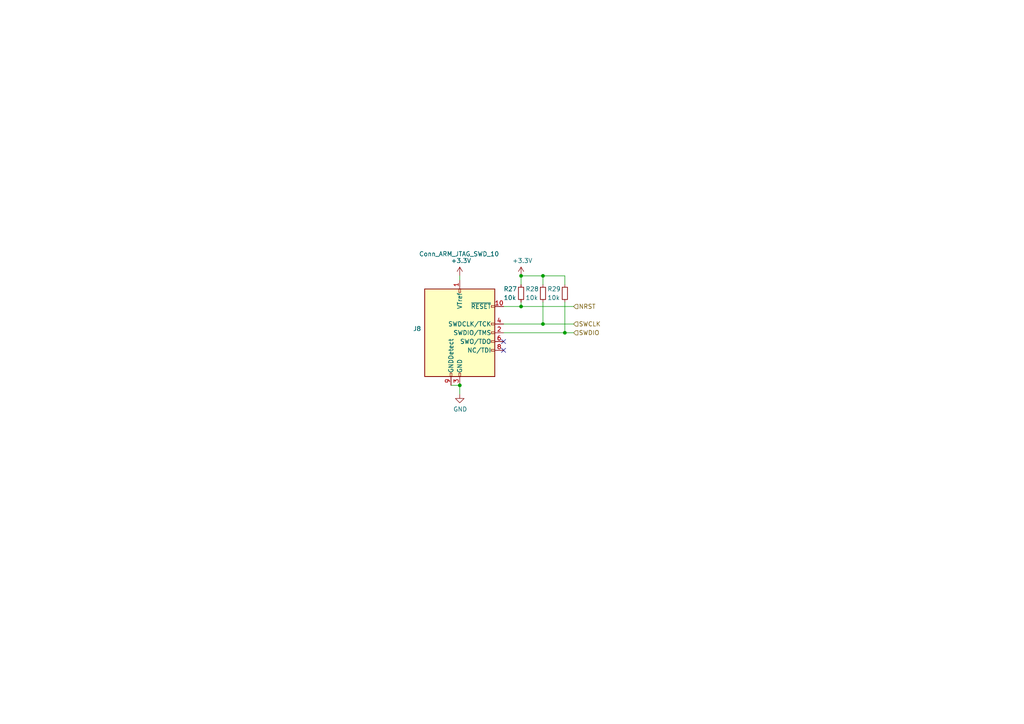
<source format=kicad_sch>
(kicad_sch (version 20211123) (generator eeschema)
  (paper "A4")
  (lib_symbols
    (symbol "Connector:Conn_ARM_JTAG_SWD_10" (pin_names (offset 1.016))
      (property "Reference" "J" (at -2.54 16.51 0))
      (property "Value" "Conn_ARM_JTAG_SWD_10" (at -2.54 13.97 0))
      (symbol "Conn_ARM_JTAG_SWD_10_0_1"
        (rectangle (start -10.16 12.7) (end 10.16 -12.7) (stroke (width 0.254)) (fill (type background)))
        (rectangle (start -2.794 -12.7) (end -2.286 -11.684))
        (rectangle (start -0.254 -12.7) (end 0.254 -11.684))
        (rectangle (start -0.254 12.7) (end 0.254 11.684))
        (rectangle (start 9.144 2.286) (end 10.16 2.794))
        (rectangle (start 10.16 -2.794) (end 9.144 -2.286))
        (rectangle (start 10.16 -0.254) (end 9.144 0.254))
        (rectangle (start 10.16 7.874) (end 9.144 7.366))
      )
      (symbol "Conn_ARM_JTAG_SWD_10_1_1"
        (rectangle (start 9.144 -5.334) (end 10.16 -4.826))
        (pin power_in line (at 0 15.24 270) (length 2.54) (name "VTref") (number "1"))
        (pin open_collector line (at 12.7 7.62 180) (length 2.54) (name "~{RESET}") (number "10"))
        (pin bidirectional line (at 12.7 0 180) (length 2.54) (name "SWDIO/TMS") (number "2"))
        (pin power_in line (at 0 -15.24 90) (length 2.54) (name "GND") (number "3"))
        (pin output line (at 12.7 2.54 180) (length 2.54) (name "SWDCLK/TCK") (number "4"))
        (pin passive line (at 0 -15.24 90) (length 2.54) hide (name "GND") (number "5"))
        (pin input line (at 12.7 -2.54 180) (length 2.54) (name "SWO/TDO") (number "6"))
        (pin no_connect line (at -10.16 0 0) (length 2.54) hide (name "KEY") (number "7"))
        (pin output line (at 12.7 -5.08 180) (length 2.54) (name "NC/TDI") (number "8"))
        (pin passive line (at -2.54 -15.24 90) (length 2.54) (name "GNDDetect") (number "9"))
      )
    )
    (symbol "Device:R_Small" (pin_numbers hide) (pin_names (offset 0.254) hide)
      (property "Reference" "R" (at 0.762 0.508 0))
      (property "Value" "R_Small" (at 0.762 -1.016 0))
      (symbol "R_Small_0_1"
        (rectangle (start -0.762 1.778) (end 0.762 -1.778) (stroke (width 0.2032)))
      )
      (symbol "R_Small_1_1"
        (pin passive line (at 0 2.54 270) (length 0.762) (name "~") (number "1"))
        (pin passive line (at 0 -2.54 90) (length 0.762) (name "~") (number "2"))
      )
    )
    (symbol "power:+3.3V" (power) (pin_names (offset 0))
      (property "Value" "+3.3V" (at 0 3.556 0))
      (symbol "+3.3V_0_1"
        (polyline (pts (xy -0.762 1.27) (xy 0 2.54)))
        (polyline (pts (xy 0 0) (xy 0 2.54)))
        (polyline (pts (xy 0 2.54) (xy 0.762 1.27)))
      )
      (symbol "+3.3V_1_1"
        (pin power_in line (at 0 0 90) (length 0) hide (name "+3.3V") (number "1"))
      )
    )
    (symbol "power:GND" (power) (pin_names (offset 0))
      (property "Value" "GND" (at 0 -3.81 0))
      (symbol "GND_0_1"
        (polyline (pts (xy 0 0) (xy 0 -1.27) (xy 1.27 -1.27) (xy 0 -2.54) (xy -1.27 -1.27) (xy 0 -1.27)))
      )
      (symbol "GND_1_1"
        (pin power_in line (at 0 0 270) (length 0) hide (name "GND") (number "1"))
      )
    )
  )
  (junction (at 157.48 80.01))
  (junction (at 157.48 93.98))
  (junction (at 151.13 80.01))
  (junction (at 133.35 111.76))
  (junction (at 163.83 96.52))
  (junction (at 151.13 88.9))
  (no_connect (at 146.05 101.6))
  (no_connect (at 146.05 99.06))
  (wire (pts (xy 157.48 82.55) (xy 157.48 80.01)))
  (wire (pts (xy 157.48 80.01) (xy 151.13 80.01)))
  (wire (pts (xy 151.13 80.01) (xy 151.13 82.55)))
  (wire (pts (xy 157.48 87.63) (xy 157.48 93.98)))
  (wire (pts (xy 157.48 93.98) (xy 166.37 93.98)))
  (wire (pts (xy 146.05 93.98) (xy 157.48 93.98)))
  (wire (pts (xy 151.13 88.9) (xy 166.37 88.9)))
  (wire (pts (xy 163.83 96.52) (xy 166.37 96.52)))
  (wire (pts (xy 151.13 87.63) (xy 151.13 88.9)))
  (wire (pts (xy 163.83 82.55) (xy 163.83 80.01)))
  (wire (pts (xy 133.35 111.76) (xy 130.81 111.76)))
  (wire (pts (xy 146.05 88.9) (xy 151.13 88.9)))
  (wire (pts (xy 133.35 114.3) (xy 133.35 111.76)))
  (wire (pts (xy 133.35 80.01) (xy 133.35 81.28)))
  (wire (pts (xy 163.83 80.01) (xy 157.48 80.01)))
  (wire (pts (xy 163.83 87.63) (xy 163.83 96.52)))
  (wire (pts (xy 146.05 96.52) (xy 163.83 96.52)))
  (hierarchical_label "SWDIO" (shape input) (at 166.37 96.52 0))
  (hierarchical_label "SWCLK" (shape input) (at 166.37 93.98 0))
  (hierarchical_label "NRST" (shape input) (at 166.37 88.9 0))
  (symbol (lib_id "Device:R_Small") (at 157.48 85.09 0) (unit 1)
    (property "Reference" "R28" (at 152.4 83.82 0) (effects (justify left)))
    (property "Value" "10k" (at 152.4 86.36 0) (effects (justify left)))
    (property "Footprint" "Resistor_SMD:R_0201_0603Metric" (effects hide))
  )
  (symbol (lib_id "power:+3.3V") (at 151.13 80.01 0) (unit 1)
    (property "Reference" "#PWR071" (effects hide))
    (property "Value" "+3.3V" (at 151.511 75.6158 0))
  )
  (symbol (lib_id "Device:R_Small") (at 151.13 85.09 0) (unit 1)
    (property "Reference" "R27" (at 146.05 83.82 0) (effects (justify left)))
    (property "Value" "10k" (at 146.05 86.36 0) (effects (justify left)))
    (property "Footprint" "Resistor_SMD:R_0201_0603Metric" (effects hide))
  )
  (symbol (lib_id "Device:R_Small") (at 163.83 85.09 0) (unit 1)
    (property "Reference" "R29" (at 158.75 83.82 0) (effects (justify left)))
    (property "Value" "10k" (at 158.75 86.36 0) (effects (justify left)))
    (property "Footprint" "Resistor_SMD:R_0201_0603Metric" (effects hide))
  )
  (symbol (lib_id "Connector:Conn_ARM_JTAG_SWD_10") (at 133.35 96.52 0) (unit 1)
    (property "Reference" "J8" (at 122.174 95.3516 0) (effects (justify right)))
    (property "Value" "Conn_ARM_JTAG_SWD_10" (at 144.78 73.66 0) (effects (justify right)))
    (property "Footprint" "Connector_PinHeader_1.27mm:PinHeader_2x05_P1.27mm_Vertical_SMD" (effects hide))
    (property "Datasheet" "http://infocenter.arm.com/help/topic/com.arm.doc.faqs/attached/13634/cortex_debug_connectors.pdf" (effects hide))
  )
  (symbol (lib_id "power:GND") (at 133.35 114.3 0) (unit 1)
    (property "Reference" "#PWR070" (effects hide))
    (property "Value" "GND" (at 133.477 118.6942 0))
  )
  (symbol (lib_id "power:+3.3V") (at 133.35 80.01 0) (unit 1)
    (property "Reference" "#PWR069" (effects hide))
    (property "Value" "+3.3V" (at 133.731 75.6158 0))
  )
)
</source>
